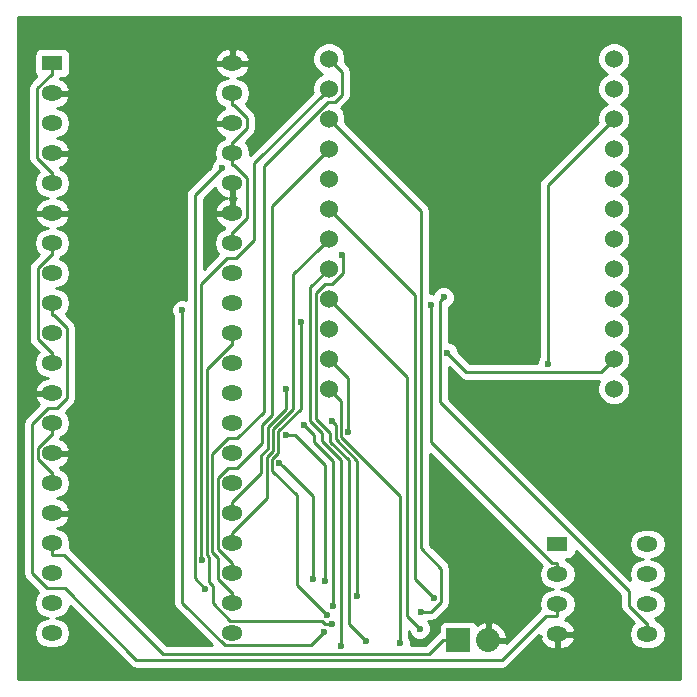
<source format=gbr>
G04 #@! TF.FileFunction,Copper,L2,Bot,Signal*
%FSLAX46Y46*%
G04 Gerber Fmt 4.6, Leading zero omitted, Abs format (unit mm)*
G04 Created by KiCad (PCBNEW 4.0.5) date Saturday, March 04, 2017 'PMt' 10:22:20 PM*
%MOMM*%
%LPD*%
G01*
G04 APERTURE LIST*
%ADD10C,0.100000*%
%ADD11R,1.778000X1.300000*%
%ADD12O,1.778000X1.300000*%
%ADD13C,1.524000*%
%ADD14R,2.032000X2.032000*%
%ADD15O,2.032000X2.032000*%
%ADD16C,0.600000*%
%ADD17C,0.250000*%
%ADD18C,0.254000*%
G04 APERTURE END LIST*
D10*
D11*
X97028000Y-90424000D03*
D12*
X97028000Y-92964000D03*
X97028000Y-95504000D03*
X97028000Y-98044000D03*
X104648000Y-98044000D03*
X104648000Y-95504000D03*
X104648000Y-92964000D03*
X104648000Y-90424000D03*
D13*
X77680000Y-49330000D03*
X77680000Y-51870000D03*
X77680000Y-54410000D03*
X77680000Y-56950000D03*
X77680000Y-59490000D03*
X77680000Y-62030000D03*
X77680000Y-64570000D03*
X77680000Y-67110000D03*
X77680000Y-69650000D03*
X77680000Y-72190000D03*
X77680000Y-74730000D03*
X77680000Y-77270000D03*
X101810000Y-77270000D03*
X101810000Y-74730000D03*
X101810000Y-72190000D03*
X101810000Y-69650000D03*
X101810000Y-67110000D03*
X101810000Y-64570000D03*
X101810000Y-62030000D03*
X101810000Y-59490000D03*
X101810000Y-56950000D03*
X101810000Y-54410000D03*
X101810000Y-51870000D03*
X101810000Y-49330000D03*
D14*
X88646000Y-98552000D03*
D15*
X91186000Y-98552000D03*
D11*
X54250000Y-49700000D03*
D12*
X54250000Y-52240000D03*
X54250000Y-54780000D03*
X54250000Y-57320000D03*
X54250000Y-59860000D03*
X54250000Y-62400000D03*
X54250000Y-64940000D03*
X54250000Y-67480000D03*
X54250000Y-70020000D03*
X54250000Y-72560000D03*
X54250000Y-75100000D03*
X54250000Y-77640000D03*
X54250000Y-80180000D03*
X54250000Y-82720000D03*
X54250000Y-85260000D03*
X54250000Y-87800000D03*
X54250000Y-90340000D03*
X54250000Y-92880000D03*
X54250000Y-95420000D03*
X54250000Y-97960000D03*
X69490000Y-97960000D03*
X69490000Y-95420000D03*
X69490000Y-92880000D03*
X69490000Y-90340000D03*
X69490000Y-87800000D03*
X69490000Y-85260000D03*
X69490000Y-82720000D03*
X69490000Y-80180000D03*
X69490000Y-77640000D03*
X69490000Y-75100000D03*
X69490000Y-72560000D03*
X69490000Y-70020000D03*
X69490000Y-67480000D03*
X69490000Y-64940000D03*
X69490000Y-62400000D03*
X69490000Y-59860000D03*
X69490000Y-57320000D03*
X69490000Y-54780000D03*
X69490000Y-52240000D03*
X69490000Y-49700000D03*
D16*
X86303200Y-70135100D03*
X87397100Y-69532300D03*
X66933100Y-91796000D03*
X67228300Y-94207800D03*
X68605500Y-58590000D03*
X78703300Y-99053000D03*
X79323800Y-80885600D03*
X74018000Y-77328900D03*
X87706200Y-74217200D03*
X78756800Y-65953000D03*
X80805000Y-98596000D03*
X73475844Y-83525236D03*
X76317900Y-93337800D03*
X65257000Y-70606900D03*
X77273000Y-97868700D03*
X77916600Y-97175900D03*
X75284700Y-71652500D03*
X77487900Y-96407600D03*
X77941400Y-80015900D03*
X80075700Y-94794600D03*
X75586700Y-80363800D03*
X77999500Y-95661300D03*
X74012645Y-81168548D03*
X77386100Y-93518400D03*
X85510300Y-96149700D03*
X86562200Y-95016700D03*
X85368000Y-97574800D03*
X83675500Y-98811800D03*
X96202400Y-75179000D03*
D17*
X96540400Y-91988700D02*
X97028000Y-91988700D01*
X86303200Y-81751500D02*
X96540400Y-91988700D01*
X86303200Y-70135100D02*
X86303200Y-81751500D01*
X97028000Y-92964000D02*
X97028000Y-91988700D01*
X96052700Y-96479300D02*
X97028000Y-96479300D01*
X92321000Y-100211000D02*
X96052700Y-96479300D01*
X61388300Y-100211000D02*
X92321000Y-100211000D01*
X55327300Y-94150000D02*
X61388300Y-100211000D01*
X53816700Y-94150000D02*
X55327300Y-94150000D01*
X52572700Y-92906000D02*
X53816700Y-94150000D01*
X52572700Y-80210300D02*
X52572700Y-92906000D01*
X53873000Y-78910000D02*
X52572700Y-80210300D01*
X54645800Y-78910000D02*
X53873000Y-78910000D01*
X55479400Y-78076400D02*
X54645800Y-78910000D01*
X55479400Y-72102800D02*
X55479400Y-78076400D01*
X54371900Y-70995300D02*
X55479400Y-72102800D01*
X54250000Y-70995300D02*
X54371900Y-70995300D01*
X54250000Y-70020000D02*
X54250000Y-70995300D01*
X97028000Y-95504000D02*
X97028000Y-96479300D01*
X104648000Y-98044000D02*
X104648000Y-97068700D01*
X104526100Y-97068700D02*
X104648000Y-97068700D01*
X103083400Y-95626000D02*
X104526100Y-97068700D01*
X103083400Y-94420200D02*
X103083400Y-95626000D01*
X87080900Y-78417700D02*
X103083400Y-94420200D01*
X87080900Y-69848500D02*
X87080900Y-78417700D01*
X87397100Y-69532300D02*
X87080900Y-69848500D01*
X69583300Y-63964700D02*
X69490000Y-63964700D01*
X70709900Y-62838100D02*
X69583300Y-63964700D01*
X70709900Y-59393300D02*
X70709900Y-62838100D01*
X69611900Y-58295300D02*
X70709900Y-59393300D01*
X69490000Y-58295300D02*
X69611900Y-58295300D01*
X69490000Y-57320000D02*
X69490000Y-58295300D01*
X69490000Y-64940000D02*
X69490000Y-63964700D01*
X54128100Y-50675300D02*
X54250000Y-50675300D01*
X52978800Y-51824600D02*
X54128100Y-50675300D01*
X52978800Y-57735400D02*
X52978800Y-51824600D01*
X54128100Y-58884700D02*
X52978800Y-57735400D01*
X54250000Y-58884700D02*
X54128100Y-58884700D01*
X54250000Y-59860000D02*
X54250000Y-58884700D01*
X54250000Y-49700000D02*
X54250000Y-50675300D01*
X69583300Y-56344700D02*
X69490000Y-56344700D01*
X70709900Y-55218100D02*
X69583300Y-56344700D01*
X70709900Y-54313300D02*
X70709900Y-55218100D01*
X69611900Y-53215300D02*
X70709900Y-54313300D01*
X69490000Y-53215300D02*
X69611900Y-53215300D01*
X69490000Y-52240000D02*
X69490000Y-53215300D01*
X69490000Y-57320000D02*
X69490000Y-56344700D01*
X54128100Y-81155300D02*
X54250000Y-81155300D01*
X53035600Y-82247800D02*
X54128100Y-81155300D01*
X53035600Y-83192200D02*
X53035600Y-82247800D01*
X54128100Y-84284700D02*
X53035600Y-83192200D01*
X54250000Y-84284700D02*
X54128100Y-84284700D01*
X54250000Y-85260000D02*
X54250000Y-84284700D01*
X54250000Y-80180000D02*
X54250000Y-81155300D01*
X54156700Y-65915300D02*
X54250000Y-65915300D01*
X53030100Y-67041900D02*
X54156700Y-65915300D01*
X53030100Y-73026700D02*
X53030100Y-67041900D01*
X54128100Y-74124700D02*
X53030100Y-73026700D01*
X54250000Y-74124700D02*
X54128100Y-74124700D01*
X54250000Y-75100000D02*
X54250000Y-74124700D01*
X54250000Y-64940000D02*
X54250000Y-65915300D01*
X86137200Y-99719500D02*
X87304700Y-98552000D01*
X63629500Y-99719500D02*
X86137200Y-99719500D01*
X55225300Y-91315300D02*
X63629500Y-99719500D01*
X54250000Y-91315300D02*
X55225300Y-91315300D01*
X54250000Y-90340000D02*
X54250000Y-91315300D01*
X88646000Y-98552000D02*
X87304700Y-98552000D01*
X66871100Y-91734000D02*
X66933100Y-91796000D01*
X66871100Y-68403300D02*
X66871100Y-91734000D01*
X69064400Y-66210000D02*
X66871100Y-68403300D01*
X69853400Y-66210000D02*
X69064400Y-66210000D01*
X71361000Y-64702400D02*
X69853400Y-66210000D01*
X71361000Y-58189000D02*
X71361000Y-64702400D01*
X77680000Y-51870000D02*
X71361000Y-58189000D01*
X69490000Y-95420000D02*
X69490000Y-94444700D01*
X78775000Y-50425000D02*
X77680000Y-49330000D01*
X78775000Y-52365500D02*
X78775000Y-50425000D01*
X78179100Y-52961400D02*
X78775000Y-52365500D01*
X77590800Y-52961400D02*
X78179100Y-52961400D01*
X72149300Y-58402900D02*
X77590800Y-52961400D01*
X72149300Y-79215300D02*
X72149300Y-58402900D01*
X69914600Y-81450000D02*
X72149300Y-79215300D01*
X69124700Y-81450000D02*
X69914600Y-81450000D01*
X67771900Y-82802800D02*
X69124700Y-81450000D01*
X67771900Y-91113500D02*
X67771900Y-82802800D01*
X68272800Y-91614400D02*
X67771900Y-91113500D01*
X68272800Y-93349400D02*
X68272800Y-91614400D01*
X69368100Y-94444700D02*
X68272800Y-93349400D01*
X69490000Y-94444700D02*
X69368100Y-94444700D01*
X66307800Y-93287300D02*
X67228300Y-94207800D01*
X66307800Y-60887700D02*
X66307800Y-93287300D01*
X68605500Y-58590000D02*
X66307800Y-60887700D01*
X72037611Y-80309347D02*
X72875544Y-79471415D01*
X68272600Y-90809200D02*
X68272600Y-84823800D01*
X72037611Y-81857889D02*
X72037611Y-80309347D01*
X69905500Y-83990000D02*
X72037611Y-81857889D01*
X69106400Y-83990000D02*
X69905500Y-83990000D01*
X68272600Y-84823800D02*
X69106400Y-83990000D01*
X69368100Y-91904700D02*
X68272600Y-90809200D01*
X69414700Y-91904700D02*
X69368100Y-91904700D01*
X69490000Y-91980000D02*
X69414700Y-91904700D01*
X69490000Y-92880000D02*
X69490000Y-91980000D01*
X72875544Y-79471415D02*
X72875544Y-61754456D01*
X76918001Y-57711999D02*
X77680000Y-56950000D01*
X72875544Y-61754456D02*
X76918001Y-57711999D01*
X76108000Y-68682000D02*
X77680000Y-67110000D01*
X76108000Y-80000700D02*
X76108000Y-68682000D01*
X77122300Y-81015000D02*
X76108000Y-80000700D01*
X77122300Y-81704400D02*
X77122300Y-81015000D01*
X78703300Y-83285400D02*
X77122300Y-81704400D01*
X78703300Y-99053000D02*
X78703300Y-83285400D01*
X74659200Y-78960580D02*
X74659200Y-67590800D01*
X72937633Y-80682147D02*
X74659200Y-78960580D01*
X72400831Y-86529169D02*
X72400831Y-83051926D01*
X74659200Y-67590800D02*
X76918001Y-65331999D01*
X69490000Y-90340000D02*
X69490000Y-89440000D01*
X72400831Y-83051926D02*
X72937633Y-82515124D01*
X69490000Y-89440000D02*
X72400831Y-86529169D01*
X72937633Y-82515124D02*
X72937633Y-80682147D01*
X76918001Y-65331999D02*
X77680000Y-64570000D01*
X79323800Y-76373800D02*
X77680000Y-74730000D01*
X79323800Y-80885600D02*
X79323800Y-76373800D01*
X71950820Y-82865526D02*
X72487622Y-82328725D01*
X74018000Y-77753164D02*
X74018000Y-77328900D01*
X72487622Y-82328725D02*
X72487622Y-80495747D01*
X69490000Y-86881433D02*
X71950820Y-84420613D01*
X71950820Y-84420613D02*
X71950820Y-82865526D01*
X72487622Y-80495747D02*
X74018000Y-78965369D01*
X69490000Y-87800000D02*
X69490000Y-86881433D01*
X74018000Y-78965369D02*
X74018000Y-77753164D01*
X100726300Y-75813700D02*
X101810000Y-74730000D01*
X89302700Y-75813700D02*
X100726300Y-75813700D01*
X87706200Y-74217200D02*
X89302700Y-75813700D01*
X78848700Y-66044900D02*
X78756800Y-65953000D01*
X78848700Y-67487500D02*
X78848700Y-66044900D01*
X77956200Y-68380000D02*
X78848700Y-67487500D01*
X77387900Y-68380000D02*
X77956200Y-68380000D01*
X76592600Y-69175300D02*
X77387900Y-68380000D01*
X76592600Y-79848400D02*
X76592600Y-69175300D01*
X77797800Y-81053600D02*
X76592600Y-79848400D01*
X77797800Y-81743000D02*
X77797800Y-81053600D01*
X79389600Y-83334800D02*
X77797800Y-81743000D01*
X79389600Y-97180600D02*
X79389600Y-83334800D01*
X80805000Y-98596000D02*
X79389600Y-97180600D01*
X73775843Y-83825235D02*
X73475844Y-83525236D01*
X76317900Y-86367292D02*
X73775843Y-83825235D01*
X76317900Y-93337800D02*
X76317900Y-86367292D01*
X76152200Y-98989500D02*
X77273000Y-97868700D01*
X68859700Y-98989500D02*
X76152200Y-98989500D01*
X65257000Y-95386800D02*
X68859700Y-98989500D01*
X65257000Y-70606900D02*
X65257000Y-95386800D01*
X69490000Y-72560000D02*
X69490000Y-73535300D01*
X69368100Y-73535300D02*
X69490000Y-73535300D01*
X67321500Y-75581900D02*
X69368100Y-73535300D01*
X67321500Y-91300000D02*
X67321500Y-75581900D01*
X67558400Y-91536900D02*
X67321500Y-91300000D01*
X67558400Y-93653500D02*
X67558400Y-91536900D01*
X67853600Y-93948700D02*
X67558400Y-93653500D01*
X67853600Y-95431600D02*
X67853600Y-93948700D01*
X69342300Y-96920300D02*
X67853600Y-95431600D01*
X77114700Y-96920300D02*
X69342300Y-96920300D01*
X77370300Y-97175900D02*
X77114700Y-96920300D01*
X77916600Y-97175900D02*
X77370300Y-97175900D01*
X75284700Y-78971491D02*
X73387644Y-80868547D01*
X77187901Y-96107601D02*
X77487900Y-96407600D01*
X73387644Y-80868547D02*
X73387644Y-82701524D01*
X75284700Y-71652500D02*
X75284700Y-78971491D01*
X73387644Y-82701524D02*
X72850842Y-83238326D01*
X72850842Y-83238326D02*
X72850842Y-84191834D01*
X72850842Y-84191834D02*
X74958769Y-86299761D01*
X74958769Y-93878469D02*
X77187901Y-96107601D01*
X74958769Y-86299761D02*
X74958769Y-93878469D01*
X78248100Y-80322600D02*
X77941400Y-80015900D01*
X78248100Y-81556400D02*
X78248100Y-80322600D01*
X80075700Y-83384000D02*
X78248100Y-81556400D01*
X80075700Y-94794600D02*
X80075700Y-83384000D01*
X78056400Y-95604400D02*
X77999500Y-95661300D01*
X78056400Y-83420100D02*
X78056400Y-95604400D01*
X76399300Y-81763000D02*
X78056400Y-83420100D01*
X76399300Y-81176400D02*
X76399300Y-81763000D01*
X75586700Y-80363800D02*
X76399300Y-81176400D01*
X74842784Y-81168548D02*
X74436909Y-81168548D01*
X74436909Y-81168548D02*
X74012645Y-81168548D01*
X77386100Y-83711864D02*
X74842784Y-81168548D01*
X77386100Y-93518400D02*
X77386100Y-83711864D01*
X86342000Y-96149700D02*
X85510300Y-96149700D01*
X87187600Y-95304100D02*
X86342000Y-96149700D01*
X87187600Y-92485100D02*
X87187600Y-95304100D01*
X85472200Y-90769700D02*
X87187600Y-92485100D01*
X85472200Y-62202200D02*
X85472200Y-90769700D01*
X77680000Y-54410000D02*
X85472200Y-62202200D01*
X84956700Y-69306700D02*
X77680000Y-62030000D01*
X84956700Y-93411200D02*
X84956700Y-69306700D01*
X86562200Y-95016700D02*
X84956700Y-93411200D01*
X84332200Y-76302200D02*
X77680000Y-69650000D01*
X84332200Y-96539000D02*
X84332200Y-76302200D01*
X85368000Y-97574800D02*
X84332200Y-96539000D01*
X78698400Y-78288400D02*
X77680000Y-77270000D01*
X78698400Y-81369800D02*
X78698400Y-78288400D01*
X83675500Y-86346900D02*
X78698400Y-81369800D01*
X83675500Y-98811800D02*
X83675500Y-86346900D01*
X96202400Y-60017600D02*
X101810000Y-54410000D01*
X96202400Y-75179000D02*
X96202400Y-60017600D01*
D18*
G36*
X107370000Y-101830000D02*
X51370000Y-101830000D01*
X51370000Y-80210300D01*
X51812700Y-80210300D01*
X51812700Y-92906000D01*
X51870552Y-93196839D01*
X52035299Y-93443401D01*
X53090947Y-94499049D01*
X53072511Y-94511368D01*
X52793958Y-94928252D01*
X52696143Y-95420000D01*
X52793958Y-95911748D01*
X53072511Y-96328632D01*
X53489395Y-96607185D01*
X53905733Y-96690000D01*
X53489395Y-96772815D01*
X53072511Y-97051368D01*
X52793958Y-97468252D01*
X52696143Y-97960000D01*
X52793958Y-98451748D01*
X53072511Y-98868632D01*
X53489395Y-99147185D01*
X53981143Y-99245000D01*
X54518857Y-99245000D01*
X55010605Y-99147185D01*
X55427489Y-98868632D01*
X55706042Y-98451748D01*
X55803857Y-97960000D01*
X55706042Y-97468252D01*
X55427489Y-97051368D01*
X55010605Y-96772815D01*
X54594267Y-96690000D01*
X55010605Y-96607185D01*
X55427489Y-96328632D01*
X55706042Y-95911748D01*
X55757176Y-95654678D01*
X60850899Y-100748401D01*
X61097460Y-100913148D01*
X61145714Y-100922746D01*
X61388300Y-100971000D01*
X92321000Y-100971000D01*
X92611839Y-100913148D01*
X92858401Y-100748401D01*
X95504000Y-98102802D01*
X95504000Y-98171002D01*
X95669932Y-98171002D01*
X95545901Y-98369471D01*
X95560290Y-98454169D01*
X95810785Y-98893154D01*
X96210204Y-99202863D01*
X96697740Y-99336145D01*
X96901000Y-99175763D01*
X96901000Y-98171000D01*
X97155000Y-98171000D01*
X97155000Y-99175763D01*
X97358260Y-99336145D01*
X97845796Y-99202863D01*
X98245215Y-98893154D01*
X98495710Y-98454169D01*
X98510099Y-98369471D01*
X98386067Y-98171000D01*
X97155000Y-98171000D01*
X96901000Y-98171000D01*
X96881000Y-98171000D01*
X96881000Y-97917000D01*
X96901000Y-97917000D01*
X96901000Y-97897000D01*
X97155000Y-97897000D01*
X97155000Y-97917000D01*
X98386067Y-97917000D01*
X98510099Y-97718529D01*
X98495710Y-97633831D01*
X98245215Y-97194846D01*
X97845796Y-96885137D01*
X97683039Y-96840643D01*
X97730148Y-96770139D01*
X97744092Y-96700039D01*
X97788605Y-96691185D01*
X98205489Y-96412632D01*
X98484042Y-95995748D01*
X98581857Y-95504000D01*
X98484042Y-95012252D01*
X98205489Y-94595368D01*
X97788605Y-94316815D01*
X97372267Y-94234000D01*
X97788605Y-94151185D01*
X98205489Y-93872632D01*
X98484042Y-93455748D01*
X98581857Y-92964000D01*
X98484042Y-92472252D01*
X98205489Y-92055368D01*
X97788605Y-91776815D01*
X97744092Y-91767961D01*
X97734838Y-91721440D01*
X97917000Y-91721440D01*
X98152317Y-91677162D01*
X98368441Y-91538090D01*
X98513431Y-91325890D01*
X98564440Y-91074000D01*
X98564440Y-90976042D01*
X102323400Y-94735002D01*
X102323400Y-95626000D01*
X102381252Y-95916839D01*
X102545999Y-96163401D01*
X103498958Y-97116360D01*
X103470511Y-97135368D01*
X103191958Y-97552252D01*
X103094143Y-98044000D01*
X103191958Y-98535748D01*
X103470511Y-98952632D01*
X103887395Y-99231185D01*
X104379143Y-99329000D01*
X104916857Y-99329000D01*
X105408605Y-99231185D01*
X105825489Y-98952632D01*
X106104042Y-98535748D01*
X106201857Y-98044000D01*
X106104042Y-97552252D01*
X105825489Y-97135368D01*
X105408605Y-96856815D01*
X105364092Y-96847961D01*
X105350148Y-96777861D01*
X105305885Y-96711617D01*
X105408605Y-96691185D01*
X105825489Y-96412632D01*
X106104042Y-95995748D01*
X106201857Y-95504000D01*
X106104042Y-95012252D01*
X105825489Y-94595368D01*
X105408605Y-94316815D01*
X104992267Y-94234000D01*
X105408605Y-94151185D01*
X105825489Y-93872632D01*
X106104042Y-93455748D01*
X106201857Y-92964000D01*
X106104042Y-92472252D01*
X105825489Y-92055368D01*
X105408605Y-91776815D01*
X104992267Y-91694000D01*
X105408605Y-91611185D01*
X105825489Y-91332632D01*
X106104042Y-90915748D01*
X106201857Y-90424000D01*
X106104042Y-89932252D01*
X105825489Y-89515368D01*
X105408605Y-89236815D01*
X104916857Y-89139000D01*
X104379143Y-89139000D01*
X103887395Y-89236815D01*
X103470511Y-89515368D01*
X103191958Y-89932252D01*
X103094143Y-90424000D01*
X103191958Y-90915748D01*
X103470511Y-91332632D01*
X103887395Y-91611185D01*
X104303733Y-91694000D01*
X103887395Y-91776815D01*
X103470511Y-92055368D01*
X103191958Y-92472252D01*
X103094143Y-92964000D01*
X103191513Y-93453511D01*
X87840900Y-78102898D01*
X87840900Y-75426702D01*
X88765299Y-76351101D01*
X89011861Y-76515848D01*
X89302700Y-76573700D01*
X100586479Y-76573700D01*
X100413243Y-76990900D01*
X100412758Y-77546661D01*
X100624990Y-78060303D01*
X101017630Y-78453629D01*
X101530900Y-78666757D01*
X102086661Y-78667242D01*
X102600303Y-78455010D01*
X102993629Y-78062370D01*
X103206757Y-77549100D01*
X103207242Y-76993339D01*
X102995010Y-76479697D01*
X102602370Y-76086371D01*
X102394488Y-76000051D01*
X102600303Y-75915010D01*
X102993629Y-75522370D01*
X103206757Y-75009100D01*
X103207242Y-74453339D01*
X102995010Y-73939697D01*
X102602370Y-73546371D01*
X102394488Y-73460051D01*
X102600303Y-73375010D01*
X102993629Y-72982370D01*
X103206757Y-72469100D01*
X103207242Y-71913339D01*
X102995010Y-71399697D01*
X102602370Y-71006371D01*
X102394488Y-70920051D01*
X102600303Y-70835010D01*
X102993629Y-70442370D01*
X103206757Y-69929100D01*
X103207242Y-69373339D01*
X102995010Y-68859697D01*
X102602370Y-68466371D01*
X102394488Y-68380051D01*
X102600303Y-68295010D01*
X102993629Y-67902370D01*
X103206757Y-67389100D01*
X103207242Y-66833339D01*
X102995010Y-66319697D01*
X102602370Y-65926371D01*
X102394488Y-65840051D01*
X102600303Y-65755010D01*
X102993629Y-65362370D01*
X103206757Y-64849100D01*
X103207242Y-64293339D01*
X102995010Y-63779697D01*
X102602370Y-63386371D01*
X102394488Y-63300051D01*
X102600303Y-63215010D01*
X102993629Y-62822370D01*
X103206757Y-62309100D01*
X103207242Y-61753339D01*
X102995010Y-61239697D01*
X102602370Y-60846371D01*
X102394488Y-60760051D01*
X102600303Y-60675010D01*
X102993629Y-60282370D01*
X103206757Y-59769100D01*
X103207242Y-59213339D01*
X102995010Y-58699697D01*
X102602370Y-58306371D01*
X102394488Y-58220051D01*
X102600303Y-58135010D01*
X102993629Y-57742370D01*
X103206757Y-57229100D01*
X103207242Y-56673339D01*
X102995010Y-56159697D01*
X102602370Y-55766371D01*
X102394488Y-55680051D01*
X102600303Y-55595010D01*
X102993629Y-55202370D01*
X103206757Y-54689100D01*
X103207242Y-54133339D01*
X102995010Y-53619697D01*
X102602370Y-53226371D01*
X102394488Y-53140051D01*
X102600303Y-53055010D01*
X102993629Y-52662370D01*
X103206757Y-52149100D01*
X103207242Y-51593339D01*
X102995010Y-51079697D01*
X102602370Y-50686371D01*
X102394488Y-50600051D01*
X102600303Y-50515010D01*
X102993629Y-50122370D01*
X103206757Y-49609100D01*
X103207242Y-49053339D01*
X102995010Y-48539697D01*
X102602370Y-48146371D01*
X102089100Y-47933243D01*
X101533339Y-47932758D01*
X101019697Y-48144990D01*
X100626371Y-48537630D01*
X100413243Y-49050900D01*
X100412758Y-49606661D01*
X100624990Y-50120303D01*
X101017630Y-50513629D01*
X101225512Y-50599949D01*
X101019697Y-50684990D01*
X100626371Y-51077630D01*
X100413243Y-51590900D01*
X100412758Y-52146661D01*
X100624990Y-52660303D01*
X101017630Y-53053629D01*
X101225512Y-53139949D01*
X101019697Y-53224990D01*
X100626371Y-53617630D01*
X100413243Y-54130900D01*
X100412758Y-54686661D01*
X100426143Y-54719055D01*
X95664999Y-59480199D01*
X95500252Y-59726761D01*
X95442400Y-60017600D01*
X95442400Y-74616537D01*
X95410208Y-74648673D01*
X95267562Y-74992201D01*
X95267508Y-75053700D01*
X89617502Y-75053700D01*
X88641322Y-74077520D01*
X88641362Y-74032033D01*
X88499317Y-73688257D01*
X88236527Y-73425008D01*
X87892999Y-73282362D01*
X87840900Y-73282317D01*
X87840900Y-70360597D01*
X87926043Y-70325417D01*
X88189292Y-70062627D01*
X88331938Y-69719099D01*
X88332262Y-69347133D01*
X88190217Y-69003357D01*
X87927427Y-68740108D01*
X87583899Y-68597462D01*
X87211933Y-68597138D01*
X86868157Y-68739183D01*
X86604908Y-69001973D01*
X86517781Y-69211798D01*
X86489999Y-69200262D01*
X86232200Y-69200037D01*
X86232200Y-62202200D01*
X86174348Y-61911361D01*
X86009601Y-61664799D01*
X79064183Y-54719381D01*
X79076757Y-54689100D01*
X79077242Y-54133339D01*
X78865010Y-53619697D01*
X78730425Y-53484877D01*
X79312401Y-52902901D01*
X79477148Y-52656339D01*
X79535000Y-52365500D01*
X79535000Y-50425000D01*
X79477148Y-50134161D01*
X79312401Y-49887599D01*
X79064183Y-49639381D01*
X79076757Y-49609100D01*
X79077242Y-49053339D01*
X78865010Y-48539697D01*
X78472370Y-48146371D01*
X77959100Y-47933243D01*
X77403339Y-47932758D01*
X76889697Y-48144990D01*
X76496371Y-48537630D01*
X76283243Y-49050900D01*
X76282758Y-49606661D01*
X76494990Y-50120303D01*
X76887630Y-50513629D01*
X77095512Y-50599949D01*
X76889697Y-50684990D01*
X76496371Y-51077630D01*
X76283243Y-51590900D01*
X76282758Y-52146661D01*
X76296143Y-52179054D01*
X71016211Y-57458987D01*
X71043857Y-57320000D01*
X70946042Y-56828252D01*
X70667489Y-56411368D01*
X70621897Y-56380905D01*
X71247301Y-55755501D01*
X71412048Y-55508939D01*
X71469900Y-55218100D01*
X71469900Y-54313300D01*
X71412048Y-54022461D01*
X71311091Y-53871368D01*
X71247301Y-53775898D01*
X70639042Y-53167640D01*
X70667489Y-53148632D01*
X70946042Y-52731748D01*
X71043857Y-52240000D01*
X70946042Y-51748252D01*
X70667489Y-51331368D01*
X70250605Y-51052815D01*
X69873048Y-50977714D01*
X70307796Y-50858863D01*
X70707215Y-50549154D01*
X70957710Y-50110169D01*
X70972099Y-50025471D01*
X70848067Y-49827000D01*
X69617000Y-49827000D01*
X69617000Y-49847000D01*
X69363000Y-49847000D01*
X69363000Y-49827000D01*
X68131933Y-49827000D01*
X68007901Y-50025471D01*
X68022290Y-50110169D01*
X68272785Y-50549154D01*
X68672204Y-50858863D01*
X69106952Y-50977714D01*
X68729395Y-51052815D01*
X68312511Y-51331368D01*
X68033958Y-51748252D01*
X67936143Y-52240000D01*
X68033958Y-52731748D01*
X68312511Y-53148632D01*
X68729395Y-53427185D01*
X68773908Y-53436039D01*
X68787852Y-53506139D01*
X68834961Y-53576643D01*
X68672204Y-53621137D01*
X68272785Y-53930846D01*
X68022290Y-54369831D01*
X68007901Y-54454529D01*
X68131933Y-54653000D01*
X69363000Y-54653000D01*
X69363000Y-54633000D01*
X69617000Y-54633000D01*
X69617000Y-54653000D01*
X69637000Y-54653000D01*
X69637000Y-54907000D01*
X69617000Y-54907000D01*
X69617000Y-54927000D01*
X69363000Y-54927000D01*
X69363000Y-54907000D01*
X68131933Y-54907000D01*
X68007901Y-55105471D01*
X68022290Y-55190169D01*
X68272785Y-55629154D01*
X68672204Y-55938863D01*
X68834961Y-55983357D01*
X68787852Y-56053861D01*
X68773908Y-56123961D01*
X68729395Y-56132815D01*
X68312511Y-56411368D01*
X68033958Y-56828252D01*
X67936143Y-57320000D01*
X68033958Y-57811748D01*
X68045045Y-57828340D01*
X67813308Y-58059673D01*
X67670662Y-58403201D01*
X67670621Y-58450076D01*
X65770399Y-60350299D01*
X65605652Y-60596861D01*
X65547800Y-60887700D01*
X65547800Y-69715247D01*
X65443799Y-69672062D01*
X65071833Y-69671738D01*
X64728057Y-69813783D01*
X64464808Y-70076573D01*
X64322162Y-70420101D01*
X64321838Y-70792067D01*
X64463883Y-71135843D01*
X64497000Y-71169018D01*
X64497000Y-95386800D01*
X64554852Y-95677639D01*
X64719599Y-95924201D01*
X67754898Y-98959500D01*
X63944302Y-98959500D01*
X55762701Y-90777899D01*
X55722144Y-90750800D01*
X55803857Y-90340000D01*
X55706042Y-89848252D01*
X55427489Y-89431368D01*
X55010605Y-89152815D01*
X54633048Y-89077714D01*
X55067796Y-88958863D01*
X55467215Y-88649154D01*
X55717710Y-88210169D01*
X55732099Y-88125471D01*
X55608067Y-87927000D01*
X54377000Y-87927000D01*
X54377000Y-87947000D01*
X54123000Y-87947000D01*
X54123000Y-87927000D01*
X54103000Y-87927000D01*
X54103000Y-87673000D01*
X54123000Y-87673000D01*
X54123000Y-87653000D01*
X54377000Y-87653000D01*
X54377000Y-87673000D01*
X55608067Y-87673000D01*
X55732099Y-87474529D01*
X55717710Y-87389831D01*
X55467215Y-86950846D01*
X55067796Y-86641137D01*
X54633048Y-86522286D01*
X55010605Y-86447185D01*
X55427489Y-86168632D01*
X55706042Y-85751748D01*
X55803857Y-85260000D01*
X55706042Y-84768252D01*
X55427489Y-84351368D01*
X55010605Y-84072815D01*
X54966092Y-84063961D01*
X54952148Y-83993861D01*
X54905039Y-83923357D01*
X55067796Y-83878863D01*
X55467215Y-83569154D01*
X55717710Y-83130169D01*
X55732099Y-83045471D01*
X55608067Y-82847000D01*
X54377000Y-82847000D01*
X54377000Y-82867000D01*
X54123000Y-82867000D01*
X54123000Y-82847000D01*
X54103000Y-82847000D01*
X54103000Y-82593000D01*
X54123000Y-82593000D01*
X54123000Y-82573000D01*
X54377000Y-82573000D01*
X54377000Y-82593000D01*
X55608067Y-82593000D01*
X55732099Y-82394529D01*
X55717710Y-82309831D01*
X55467215Y-81870846D01*
X55067796Y-81561137D01*
X54905039Y-81516643D01*
X54952148Y-81446139D01*
X54966092Y-81376039D01*
X55010605Y-81367185D01*
X55427489Y-81088632D01*
X55706042Y-80671748D01*
X55803857Y-80180000D01*
X55706042Y-79688252D01*
X55427489Y-79271368D01*
X55386573Y-79244029D01*
X56016801Y-78613801D01*
X56181548Y-78367240D01*
X56191146Y-78318986D01*
X56239400Y-78076400D01*
X56239400Y-72102800D01*
X56181548Y-71811961D01*
X56016801Y-71565399D01*
X55399042Y-70947640D01*
X55427489Y-70928632D01*
X55706042Y-70511748D01*
X55803857Y-70020000D01*
X55706042Y-69528252D01*
X55427489Y-69111368D01*
X55010605Y-68832815D01*
X54594267Y-68750000D01*
X55010605Y-68667185D01*
X55427489Y-68388632D01*
X55706042Y-67971748D01*
X55803857Y-67480000D01*
X55706042Y-66988252D01*
X55427489Y-66571368D01*
X55010605Y-66292815D01*
X54907885Y-66272383D01*
X54952148Y-66206139D01*
X54966092Y-66136039D01*
X55010605Y-66127185D01*
X55427489Y-65848632D01*
X55706042Y-65431748D01*
X55803857Y-64940000D01*
X55706042Y-64448252D01*
X55427489Y-64031368D01*
X55010605Y-63752815D01*
X54633048Y-63677714D01*
X55067796Y-63558863D01*
X55467215Y-63249154D01*
X55717710Y-62810169D01*
X55732099Y-62725471D01*
X55608067Y-62527000D01*
X54377000Y-62527000D01*
X54377000Y-62547000D01*
X54123000Y-62547000D01*
X54123000Y-62527000D01*
X52891933Y-62527000D01*
X52767901Y-62725471D01*
X52782290Y-62810169D01*
X53032785Y-63249154D01*
X53432204Y-63558863D01*
X53866952Y-63677714D01*
X53489395Y-63752815D01*
X53072511Y-64031368D01*
X52793958Y-64448252D01*
X52696143Y-64940000D01*
X52793958Y-65431748D01*
X53072511Y-65848632D01*
X53118103Y-65879095D01*
X52492699Y-66504499D01*
X52327952Y-66751061D01*
X52270100Y-67041900D01*
X52270100Y-73026700D01*
X52327952Y-73317539D01*
X52492699Y-73564101D01*
X53100958Y-74172360D01*
X53072511Y-74191368D01*
X52793958Y-74608252D01*
X52696143Y-75100000D01*
X52793958Y-75591748D01*
X53072511Y-76008632D01*
X53489395Y-76287185D01*
X53866952Y-76362286D01*
X53432204Y-76481137D01*
X53032785Y-76790846D01*
X52782290Y-77229831D01*
X52767901Y-77314529D01*
X52891933Y-77513000D01*
X54123000Y-77513000D01*
X54123000Y-77493000D01*
X54377000Y-77493000D01*
X54377000Y-77513000D01*
X54397000Y-77513000D01*
X54397000Y-77767000D01*
X54377000Y-77767000D01*
X54377000Y-77787000D01*
X54123000Y-77787000D01*
X54123000Y-77767000D01*
X52891933Y-77767000D01*
X52767901Y-77965471D01*
X52782290Y-78050169D01*
X53032785Y-78489154D01*
X53137696Y-78570502D01*
X52035299Y-79672899D01*
X51870552Y-79919461D01*
X51812700Y-80210300D01*
X51370000Y-80210300D01*
X51370000Y-51824600D01*
X52218800Y-51824600D01*
X52218800Y-57735400D01*
X52276652Y-58026239D01*
X52441399Y-58272801D01*
X53100958Y-58932360D01*
X53072511Y-58951368D01*
X52793958Y-59368252D01*
X52696143Y-59860000D01*
X52793958Y-60351748D01*
X53072511Y-60768632D01*
X53489395Y-61047185D01*
X53866952Y-61122286D01*
X53432204Y-61241137D01*
X53032785Y-61550846D01*
X52782290Y-61989831D01*
X52767901Y-62074529D01*
X52891933Y-62273000D01*
X54123000Y-62273000D01*
X54123000Y-62253000D01*
X54377000Y-62253000D01*
X54377000Y-62273000D01*
X55608067Y-62273000D01*
X55732099Y-62074529D01*
X55717710Y-61989831D01*
X55467215Y-61550846D01*
X55067796Y-61241137D01*
X54633048Y-61122286D01*
X55010605Y-61047185D01*
X55427489Y-60768632D01*
X55706042Y-60351748D01*
X55803857Y-59860000D01*
X55706042Y-59368252D01*
X55427489Y-58951368D01*
X55010605Y-58672815D01*
X54966092Y-58663961D01*
X54952148Y-58593861D01*
X54905039Y-58523357D01*
X55067796Y-58478863D01*
X55467215Y-58169154D01*
X55717710Y-57730169D01*
X55732099Y-57645471D01*
X55608067Y-57447000D01*
X54377000Y-57447000D01*
X54377000Y-57467000D01*
X54123000Y-57467000D01*
X54123000Y-57447000D01*
X54103000Y-57447000D01*
X54103000Y-57193000D01*
X54123000Y-57193000D01*
X54123000Y-57173000D01*
X54377000Y-57173000D01*
X54377000Y-57193000D01*
X55608067Y-57193000D01*
X55732099Y-56994529D01*
X55717710Y-56909831D01*
X55467215Y-56470846D01*
X55067796Y-56161137D01*
X54633048Y-56042286D01*
X55010605Y-55967185D01*
X55427489Y-55688632D01*
X55706042Y-55271748D01*
X55803857Y-54780000D01*
X55706042Y-54288252D01*
X55427489Y-53871368D01*
X55010605Y-53592815D01*
X54633048Y-53517714D01*
X55067796Y-53398863D01*
X55467215Y-53089154D01*
X55717710Y-52650169D01*
X55732099Y-52565471D01*
X55608067Y-52367000D01*
X54377000Y-52367000D01*
X54377000Y-52387000D01*
X54123000Y-52387000D01*
X54123000Y-52367000D01*
X54103000Y-52367000D01*
X54103000Y-52113000D01*
X54123000Y-52113000D01*
X54123000Y-52093000D01*
X54377000Y-52093000D01*
X54377000Y-52113000D01*
X55608067Y-52113000D01*
X55732099Y-51914529D01*
X55717710Y-51829831D01*
X55467215Y-51390846D01*
X55067796Y-51081137D01*
X54905039Y-51036643D01*
X54931233Y-50997440D01*
X55139000Y-50997440D01*
X55374317Y-50953162D01*
X55590441Y-50814090D01*
X55735431Y-50601890D01*
X55786440Y-50350000D01*
X55786440Y-49374529D01*
X68007901Y-49374529D01*
X68131933Y-49573000D01*
X69363000Y-49573000D01*
X69363000Y-48568237D01*
X69617000Y-48568237D01*
X69617000Y-49573000D01*
X70848067Y-49573000D01*
X70972099Y-49374529D01*
X70957710Y-49289831D01*
X70707215Y-48850846D01*
X70307796Y-48541137D01*
X69820260Y-48407855D01*
X69617000Y-48568237D01*
X69363000Y-48568237D01*
X69159740Y-48407855D01*
X68672204Y-48541137D01*
X68272785Y-48850846D01*
X68022290Y-49289831D01*
X68007901Y-49374529D01*
X55786440Y-49374529D01*
X55786440Y-49050000D01*
X55742162Y-48814683D01*
X55603090Y-48598559D01*
X55390890Y-48453569D01*
X55139000Y-48402560D01*
X53361000Y-48402560D01*
X53125683Y-48446838D01*
X52909559Y-48585910D01*
X52764569Y-48798110D01*
X52713560Y-49050000D01*
X52713560Y-50350000D01*
X52757838Y-50585317D01*
X52896910Y-50801441D01*
X52914879Y-50813719D01*
X52441399Y-51287199D01*
X52276652Y-51533761D01*
X52218800Y-51824600D01*
X51370000Y-51824600D01*
X51370000Y-45830000D01*
X107370000Y-45830000D01*
X107370000Y-101830000D01*
X107370000Y-101830000D01*
G37*
X107370000Y-101830000D02*
X51370000Y-101830000D01*
X51370000Y-80210300D01*
X51812700Y-80210300D01*
X51812700Y-92906000D01*
X51870552Y-93196839D01*
X52035299Y-93443401D01*
X53090947Y-94499049D01*
X53072511Y-94511368D01*
X52793958Y-94928252D01*
X52696143Y-95420000D01*
X52793958Y-95911748D01*
X53072511Y-96328632D01*
X53489395Y-96607185D01*
X53905733Y-96690000D01*
X53489395Y-96772815D01*
X53072511Y-97051368D01*
X52793958Y-97468252D01*
X52696143Y-97960000D01*
X52793958Y-98451748D01*
X53072511Y-98868632D01*
X53489395Y-99147185D01*
X53981143Y-99245000D01*
X54518857Y-99245000D01*
X55010605Y-99147185D01*
X55427489Y-98868632D01*
X55706042Y-98451748D01*
X55803857Y-97960000D01*
X55706042Y-97468252D01*
X55427489Y-97051368D01*
X55010605Y-96772815D01*
X54594267Y-96690000D01*
X55010605Y-96607185D01*
X55427489Y-96328632D01*
X55706042Y-95911748D01*
X55757176Y-95654678D01*
X60850899Y-100748401D01*
X61097460Y-100913148D01*
X61145714Y-100922746D01*
X61388300Y-100971000D01*
X92321000Y-100971000D01*
X92611839Y-100913148D01*
X92858401Y-100748401D01*
X95504000Y-98102802D01*
X95504000Y-98171002D01*
X95669932Y-98171002D01*
X95545901Y-98369471D01*
X95560290Y-98454169D01*
X95810785Y-98893154D01*
X96210204Y-99202863D01*
X96697740Y-99336145D01*
X96901000Y-99175763D01*
X96901000Y-98171000D01*
X97155000Y-98171000D01*
X97155000Y-99175763D01*
X97358260Y-99336145D01*
X97845796Y-99202863D01*
X98245215Y-98893154D01*
X98495710Y-98454169D01*
X98510099Y-98369471D01*
X98386067Y-98171000D01*
X97155000Y-98171000D01*
X96901000Y-98171000D01*
X96881000Y-98171000D01*
X96881000Y-97917000D01*
X96901000Y-97917000D01*
X96901000Y-97897000D01*
X97155000Y-97897000D01*
X97155000Y-97917000D01*
X98386067Y-97917000D01*
X98510099Y-97718529D01*
X98495710Y-97633831D01*
X98245215Y-97194846D01*
X97845796Y-96885137D01*
X97683039Y-96840643D01*
X97730148Y-96770139D01*
X97744092Y-96700039D01*
X97788605Y-96691185D01*
X98205489Y-96412632D01*
X98484042Y-95995748D01*
X98581857Y-95504000D01*
X98484042Y-95012252D01*
X98205489Y-94595368D01*
X97788605Y-94316815D01*
X97372267Y-94234000D01*
X97788605Y-94151185D01*
X98205489Y-93872632D01*
X98484042Y-93455748D01*
X98581857Y-92964000D01*
X98484042Y-92472252D01*
X98205489Y-92055368D01*
X97788605Y-91776815D01*
X97744092Y-91767961D01*
X97734838Y-91721440D01*
X97917000Y-91721440D01*
X98152317Y-91677162D01*
X98368441Y-91538090D01*
X98513431Y-91325890D01*
X98564440Y-91074000D01*
X98564440Y-90976042D01*
X102323400Y-94735002D01*
X102323400Y-95626000D01*
X102381252Y-95916839D01*
X102545999Y-96163401D01*
X103498958Y-97116360D01*
X103470511Y-97135368D01*
X103191958Y-97552252D01*
X103094143Y-98044000D01*
X103191958Y-98535748D01*
X103470511Y-98952632D01*
X103887395Y-99231185D01*
X104379143Y-99329000D01*
X104916857Y-99329000D01*
X105408605Y-99231185D01*
X105825489Y-98952632D01*
X106104042Y-98535748D01*
X106201857Y-98044000D01*
X106104042Y-97552252D01*
X105825489Y-97135368D01*
X105408605Y-96856815D01*
X105364092Y-96847961D01*
X105350148Y-96777861D01*
X105305885Y-96711617D01*
X105408605Y-96691185D01*
X105825489Y-96412632D01*
X106104042Y-95995748D01*
X106201857Y-95504000D01*
X106104042Y-95012252D01*
X105825489Y-94595368D01*
X105408605Y-94316815D01*
X104992267Y-94234000D01*
X105408605Y-94151185D01*
X105825489Y-93872632D01*
X106104042Y-93455748D01*
X106201857Y-92964000D01*
X106104042Y-92472252D01*
X105825489Y-92055368D01*
X105408605Y-91776815D01*
X104992267Y-91694000D01*
X105408605Y-91611185D01*
X105825489Y-91332632D01*
X106104042Y-90915748D01*
X106201857Y-90424000D01*
X106104042Y-89932252D01*
X105825489Y-89515368D01*
X105408605Y-89236815D01*
X104916857Y-89139000D01*
X104379143Y-89139000D01*
X103887395Y-89236815D01*
X103470511Y-89515368D01*
X103191958Y-89932252D01*
X103094143Y-90424000D01*
X103191958Y-90915748D01*
X103470511Y-91332632D01*
X103887395Y-91611185D01*
X104303733Y-91694000D01*
X103887395Y-91776815D01*
X103470511Y-92055368D01*
X103191958Y-92472252D01*
X103094143Y-92964000D01*
X103191513Y-93453511D01*
X87840900Y-78102898D01*
X87840900Y-75426702D01*
X88765299Y-76351101D01*
X89011861Y-76515848D01*
X89302700Y-76573700D01*
X100586479Y-76573700D01*
X100413243Y-76990900D01*
X100412758Y-77546661D01*
X100624990Y-78060303D01*
X101017630Y-78453629D01*
X101530900Y-78666757D01*
X102086661Y-78667242D01*
X102600303Y-78455010D01*
X102993629Y-78062370D01*
X103206757Y-77549100D01*
X103207242Y-76993339D01*
X102995010Y-76479697D01*
X102602370Y-76086371D01*
X102394488Y-76000051D01*
X102600303Y-75915010D01*
X102993629Y-75522370D01*
X103206757Y-75009100D01*
X103207242Y-74453339D01*
X102995010Y-73939697D01*
X102602370Y-73546371D01*
X102394488Y-73460051D01*
X102600303Y-73375010D01*
X102993629Y-72982370D01*
X103206757Y-72469100D01*
X103207242Y-71913339D01*
X102995010Y-71399697D01*
X102602370Y-71006371D01*
X102394488Y-70920051D01*
X102600303Y-70835010D01*
X102993629Y-70442370D01*
X103206757Y-69929100D01*
X103207242Y-69373339D01*
X102995010Y-68859697D01*
X102602370Y-68466371D01*
X102394488Y-68380051D01*
X102600303Y-68295010D01*
X102993629Y-67902370D01*
X103206757Y-67389100D01*
X103207242Y-66833339D01*
X102995010Y-66319697D01*
X102602370Y-65926371D01*
X102394488Y-65840051D01*
X102600303Y-65755010D01*
X102993629Y-65362370D01*
X103206757Y-64849100D01*
X103207242Y-64293339D01*
X102995010Y-63779697D01*
X102602370Y-63386371D01*
X102394488Y-63300051D01*
X102600303Y-63215010D01*
X102993629Y-62822370D01*
X103206757Y-62309100D01*
X103207242Y-61753339D01*
X102995010Y-61239697D01*
X102602370Y-60846371D01*
X102394488Y-60760051D01*
X102600303Y-60675010D01*
X102993629Y-60282370D01*
X103206757Y-59769100D01*
X103207242Y-59213339D01*
X102995010Y-58699697D01*
X102602370Y-58306371D01*
X102394488Y-58220051D01*
X102600303Y-58135010D01*
X102993629Y-57742370D01*
X103206757Y-57229100D01*
X103207242Y-56673339D01*
X102995010Y-56159697D01*
X102602370Y-55766371D01*
X102394488Y-55680051D01*
X102600303Y-55595010D01*
X102993629Y-55202370D01*
X103206757Y-54689100D01*
X103207242Y-54133339D01*
X102995010Y-53619697D01*
X102602370Y-53226371D01*
X102394488Y-53140051D01*
X102600303Y-53055010D01*
X102993629Y-52662370D01*
X103206757Y-52149100D01*
X103207242Y-51593339D01*
X102995010Y-51079697D01*
X102602370Y-50686371D01*
X102394488Y-50600051D01*
X102600303Y-50515010D01*
X102993629Y-50122370D01*
X103206757Y-49609100D01*
X103207242Y-49053339D01*
X102995010Y-48539697D01*
X102602370Y-48146371D01*
X102089100Y-47933243D01*
X101533339Y-47932758D01*
X101019697Y-48144990D01*
X100626371Y-48537630D01*
X100413243Y-49050900D01*
X100412758Y-49606661D01*
X100624990Y-50120303D01*
X101017630Y-50513629D01*
X101225512Y-50599949D01*
X101019697Y-50684990D01*
X100626371Y-51077630D01*
X100413243Y-51590900D01*
X100412758Y-52146661D01*
X100624990Y-52660303D01*
X101017630Y-53053629D01*
X101225512Y-53139949D01*
X101019697Y-53224990D01*
X100626371Y-53617630D01*
X100413243Y-54130900D01*
X100412758Y-54686661D01*
X100426143Y-54719055D01*
X95664999Y-59480199D01*
X95500252Y-59726761D01*
X95442400Y-60017600D01*
X95442400Y-74616537D01*
X95410208Y-74648673D01*
X95267562Y-74992201D01*
X95267508Y-75053700D01*
X89617502Y-75053700D01*
X88641322Y-74077520D01*
X88641362Y-74032033D01*
X88499317Y-73688257D01*
X88236527Y-73425008D01*
X87892999Y-73282362D01*
X87840900Y-73282317D01*
X87840900Y-70360597D01*
X87926043Y-70325417D01*
X88189292Y-70062627D01*
X88331938Y-69719099D01*
X88332262Y-69347133D01*
X88190217Y-69003357D01*
X87927427Y-68740108D01*
X87583899Y-68597462D01*
X87211933Y-68597138D01*
X86868157Y-68739183D01*
X86604908Y-69001973D01*
X86517781Y-69211798D01*
X86489999Y-69200262D01*
X86232200Y-69200037D01*
X86232200Y-62202200D01*
X86174348Y-61911361D01*
X86009601Y-61664799D01*
X79064183Y-54719381D01*
X79076757Y-54689100D01*
X79077242Y-54133339D01*
X78865010Y-53619697D01*
X78730425Y-53484877D01*
X79312401Y-52902901D01*
X79477148Y-52656339D01*
X79535000Y-52365500D01*
X79535000Y-50425000D01*
X79477148Y-50134161D01*
X79312401Y-49887599D01*
X79064183Y-49639381D01*
X79076757Y-49609100D01*
X79077242Y-49053339D01*
X78865010Y-48539697D01*
X78472370Y-48146371D01*
X77959100Y-47933243D01*
X77403339Y-47932758D01*
X76889697Y-48144990D01*
X76496371Y-48537630D01*
X76283243Y-49050900D01*
X76282758Y-49606661D01*
X76494990Y-50120303D01*
X76887630Y-50513629D01*
X77095512Y-50599949D01*
X76889697Y-50684990D01*
X76496371Y-51077630D01*
X76283243Y-51590900D01*
X76282758Y-52146661D01*
X76296143Y-52179054D01*
X71016211Y-57458987D01*
X71043857Y-57320000D01*
X70946042Y-56828252D01*
X70667489Y-56411368D01*
X70621897Y-56380905D01*
X71247301Y-55755501D01*
X71412048Y-55508939D01*
X71469900Y-55218100D01*
X71469900Y-54313300D01*
X71412048Y-54022461D01*
X71311091Y-53871368D01*
X71247301Y-53775898D01*
X70639042Y-53167640D01*
X70667489Y-53148632D01*
X70946042Y-52731748D01*
X71043857Y-52240000D01*
X70946042Y-51748252D01*
X70667489Y-51331368D01*
X70250605Y-51052815D01*
X69873048Y-50977714D01*
X70307796Y-50858863D01*
X70707215Y-50549154D01*
X70957710Y-50110169D01*
X70972099Y-50025471D01*
X70848067Y-49827000D01*
X69617000Y-49827000D01*
X69617000Y-49847000D01*
X69363000Y-49847000D01*
X69363000Y-49827000D01*
X68131933Y-49827000D01*
X68007901Y-50025471D01*
X68022290Y-50110169D01*
X68272785Y-50549154D01*
X68672204Y-50858863D01*
X69106952Y-50977714D01*
X68729395Y-51052815D01*
X68312511Y-51331368D01*
X68033958Y-51748252D01*
X67936143Y-52240000D01*
X68033958Y-52731748D01*
X68312511Y-53148632D01*
X68729395Y-53427185D01*
X68773908Y-53436039D01*
X68787852Y-53506139D01*
X68834961Y-53576643D01*
X68672204Y-53621137D01*
X68272785Y-53930846D01*
X68022290Y-54369831D01*
X68007901Y-54454529D01*
X68131933Y-54653000D01*
X69363000Y-54653000D01*
X69363000Y-54633000D01*
X69617000Y-54633000D01*
X69617000Y-54653000D01*
X69637000Y-54653000D01*
X69637000Y-54907000D01*
X69617000Y-54907000D01*
X69617000Y-54927000D01*
X69363000Y-54927000D01*
X69363000Y-54907000D01*
X68131933Y-54907000D01*
X68007901Y-55105471D01*
X68022290Y-55190169D01*
X68272785Y-55629154D01*
X68672204Y-55938863D01*
X68834961Y-55983357D01*
X68787852Y-56053861D01*
X68773908Y-56123961D01*
X68729395Y-56132815D01*
X68312511Y-56411368D01*
X68033958Y-56828252D01*
X67936143Y-57320000D01*
X68033958Y-57811748D01*
X68045045Y-57828340D01*
X67813308Y-58059673D01*
X67670662Y-58403201D01*
X67670621Y-58450076D01*
X65770399Y-60350299D01*
X65605652Y-60596861D01*
X65547800Y-60887700D01*
X65547800Y-69715247D01*
X65443799Y-69672062D01*
X65071833Y-69671738D01*
X64728057Y-69813783D01*
X64464808Y-70076573D01*
X64322162Y-70420101D01*
X64321838Y-70792067D01*
X64463883Y-71135843D01*
X64497000Y-71169018D01*
X64497000Y-95386800D01*
X64554852Y-95677639D01*
X64719599Y-95924201D01*
X67754898Y-98959500D01*
X63944302Y-98959500D01*
X55762701Y-90777899D01*
X55722144Y-90750800D01*
X55803857Y-90340000D01*
X55706042Y-89848252D01*
X55427489Y-89431368D01*
X55010605Y-89152815D01*
X54633048Y-89077714D01*
X55067796Y-88958863D01*
X55467215Y-88649154D01*
X55717710Y-88210169D01*
X55732099Y-88125471D01*
X55608067Y-87927000D01*
X54377000Y-87927000D01*
X54377000Y-87947000D01*
X54123000Y-87947000D01*
X54123000Y-87927000D01*
X54103000Y-87927000D01*
X54103000Y-87673000D01*
X54123000Y-87673000D01*
X54123000Y-87653000D01*
X54377000Y-87653000D01*
X54377000Y-87673000D01*
X55608067Y-87673000D01*
X55732099Y-87474529D01*
X55717710Y-87389831D01*
X55467215Y-86950846D01*
X55067796Y-86641137D01*
X54633048Y-86522286D01*
X55010605Y-86447185D01*
X55427489Y-86168632D01*
X55706042Y-85751748D01*
X55803857Y-85260000D01*
X55706042Y-84768252D01*
X55427489Y-84351368D01*
X55010605Y-84072815D01*
X54966092Y-84063961D01*
X54952148Y-83993861D01*
X54905039Y-83923357D01*
X55067796Y-83878863D01*
X55467215Y-83569154D01*
X55717710Y-83130169D01*
X55732099Y-83045471D01*
X55608067Y-82847000D01*
X54377000Y-82847000D01*
X54377000Y-82867000D01*
X54123000Y-82867000D01*
X54123000Y-82847000D01*
X54103000Y-82847000D01*
X54103000Y-82593000D01*
X54123000Y-82593000D01*
X54123000Y-82573000D01*
X54377000Y-82573000D01*
X54377000Y-82593000D01*
X55608067Y-82593000D01*
X55732099Y-82394529D01*
X55717710Y-82309831D01*
X55467215Y-81870846D01*
X55067796Y-81561137D01*
X54905039Y-81516643D01*
X54952148Y-81446139D01*
X54966092Y-81376039D01*
X55010605Y-81367185D01*
X55427489Y-81088632D01*
X55706042Y-80671748D01*
X55803857Y-80180000D01*
X55706042Y-79688252D01*
X55427489Y-79271368D01*
X55386573Y-79244029D01*
X56016801Y-78613801D01*
X56181548Y-78367240D01*
X56191146Y-78318986D01*
X56239400Y-78076400D01*
X56239400Y-72102800D01*
X56181548Y-71811961D01*
X56016801Y-71565399D01*
X55399042Y-70947640D01*
X55427489Y-70928632D01*
X55706042Y-70511748D01*
X55803857Y-70020000D01*
X55706042Y-69528252D01*
X55427489Y-69111368D01*
X55010605Y-68832815D01*
X54594267Y-68750000D01*
X55010605Y-68667185D01*
X55427489Y-68388632D01*
X55706042Y-67971748D01*
X55803857Y-67480000D01*
X55706042Y-66988252D01*
X55427489Y-66571368D01*
X55010605Y-66292815D01*
X54907885Y-66272383D01*
X54952148Y-66206139D01*
X54966092Y-66136039D01*
X55010605Y-66127185D01*
X55427489Y-65848632D01*
X55706042Y-65431748D01*
X55803857Y-64940000D01*
X55706042Y-64448252D01*
X55427489Y-64031368D01*
X55010605Y-63752815D01*
X54633048Y-63677714D01*
X55067796Y-63558863D01*
X55467215Y-63249154D01*
X55717710Y-62810169D01*
X55732099Y-62725471D01*
X55608067Y-62527000D01*
X54377000Y-62527000D01*
X54377000Y-62547000D01*
X54123000Y-62547000D01*
X54123000Y-62527000D01*
X52891933Y-62527000D01*
X52767901Y-62725471D01*
X52782290Y-62810169D01*
X53032785Y-63249154D01*
X53432204Y-63558863D01*
X53866952Y-63677714D01*
X53489395Y-63752815D01*
X53072511Y-64031368D01*
X52793958Y-64448252D01*
X52696143Y-64940000D01*
X52793958Y-65431748D01*
X53072511Y-65848632D01*
X53118103Y-65879095D01*
X52492699Y-66504499D01*
X52327952Y-66751061D01*
X52270100Y-67041900D01*
X52270100Y-73026700D01*
X52327952Y-73317539D01*
X52492699Y-73564101D01*
X53100958Y-74172360D01*
X53072511Y-74191368D01*
X52793958Y-74608252D01*
X52696143Y-75100000D01*
X52793958Y-75591748D01*
X53072511Y-76008632D01*
X53489395Y-76287185D01*
X53866952Y-76362286D01*
X53432204Y-76481137D01*
X53032785Y-76790846D01*
X52782290Y-77229831D01*
X52767901Y-77314529D01*
X52891933Y-77513000D01*
X54123000Y-77513000D01*
X54123000Y-77493000D01*
X54377000Y-77493000D01*
X54377000Y-77513000D01*
X54397000Y-77513000D01*
X54397000Y-77767000D01*
X54377000Y-77767000D01*
X54377000Y-77787000D01*
X54123000Y-77787000D01*
X54123000Y-77767000D01*
X52891933Y-77767000D01*
X52767901Y-77965471D01*
X52782290Y-78050169D01*
X53032785Y-78489154D01*
X53137696Y-78570502D01*
X52035299Y-79672899D01*
X51870552Y-79919461D01*
X51812700Y-80210300D01*
X51370000Y-80210300D01*
X51370000Y-51824600D01*
X52218800Y-51824600D01*
X52218800Y-57735400D01*
X52276652Y-58026239D01*
X52441399Y-58272801D01*
X53100958Y-58932360D01*
X53072511Y-58951368D01*
X52793958Y-59368252D01*
X52696143Y-59860000D01*
X52793958Y-60351748D01*
X53072511Y-60768632D01*
X53489395Y-61047185D01*
X53866952Y-61122286D01*
X53432204Y-61241137D01*
X53032785Y-61550846D01*
X52782290Y-61989831D01*
X52767901Y-62074529D01*
X52891933Y-62273000D01*
X54123000Y-62273000D01*
X54123000Y-62253000D01*
X54377000Y-62253000D01*
X54377000Y-62273000D01*
X55608067Y-62273000D01*
X55732099Y-62074529D01*
X55717710Y-61989831D01*
X55467215Y-61550846D01*
X55067796Y-61241137D01*
X54633048Y-61122286D01*
X55010605Y-61047185D01*
X55427489Y-60768632D01*
X55706042Y-60351748D01*
X55803857Y-59860000D01*
X55706042Y-59368252D01*
X55427489Y-58951368D01*
X55010605Y-58672815D01*
X54966092Y-58663961D01*
X54952148Y-58593861D01*
X54905039Y-58523357D01*
X55067796Y-58478863D01*
X55467215Y-58169154D01*
X55717710Y-57730169D01*
X55732099Y-57645471D01*
X55608067Y-57447000D01*
X54377000Y-57447000D01*
X54377000Y-57467000D01*
X54123000Y-57467000D01*
X54123000Y-57447000D01*
X54103000Y-57447000D01*
X54103000Y-57193000D01*
X54123000Y-57193000D01*
X54123000Y-57173000D01*
X54377000Y-57173000D01*
X54377000Y-57193000D01*
X55608067Y-57193000D01*
X55732099Y-56994529D01*
X55717710Y-56909831D01*
X55467215Y-56470846D01*
X55067796Y-56161137D01*
X54633048Y-56042286D01*
X55010605Y-55967185D01*
X55427489Y-55688632D01*
X55706042Y-55271748D01*
X55803857Y-54780000D01*
X55706042Y-54288252D01*
X55427489Y-53871368D01*
X55010605Y-53592815D01*
X54633048Y-53517714D01*
X55067796Y-53398863D01*
X55467215Y-53089154D01*
X55717710Y-52650169D01*
X55732099Y-52565471D01*
X55608067Y-52367000D01*
X54377000Y-52367000D01*
X54377000Y-52387000D01*
X54123000Y-52387000D01*
X54123000Y-52367000D01*
X54103000Y-52367000D01*
X54103000Y-52113000D01*
X54123000Y-52113000D01*
X54123000Y-52093000D01*
X54377000Y-52093000D01*
X54377000Y-52113000D01*
X55608067Y-52113000D01*
X55732099Y-51914529D01*
X55717710Y-51829831D01*
X55467215Y-51390846D01*
X55067796Y-51081137D01*
X54905039Y-51036643D01*
X54931233Y-50997440D01*
X55139000Y-50997440D01*
X55374317Y-50953162D01*
X55590441Y-50814090D01*
X55735431Y-50601890D01*
X55786440Y-50350000D01*
X55786440Y-49374529D01*
X68007901Y-49374529D01*
X68131933Y-49573000D01*
X69363000Y-49573000D01*
X69363000Y-48568237D01*
X69617000Y-48568237D01*
X69617000Y-49573000D01*
X70848067Y-49573000D01*
X70972099Y-49374529D01*
X70957710Y-49289831D01*
X70707215Y-48850846D01*
X70307796Y-48541137D01*
X69820260Y-48407855D01*
X69617000Y-48568237D01*
X69363000Y-48568237D01*
X69159740Y-48407855D01*
X68672204Y-48541137D01*
X68272785Y-48850846D01*
X68022290Y-49289831D01*
X68007901Y-49374529D01*
X55786440Y-49374529D01*
X55786440Y-49050000D01*
X55742162Y-48814683D01*
X55603090Y-48598559D01*
X55390890Y-48453569D01*
X55139000Y-48402560D01*
X53361000Y-48402560D01*
X53125683Y-48446838D01*
X52909559Y-48585910D01*
X52764569Y-48798110D01*
X52713560Y-49050000D01*
X52713560Y-50350000D01*
X52757838Y-50585317D01*
X52896910Y-50801441D01*
X52914879Y-50813719D01*
X52441399Y-51287199D01*
X52276652Y-51533761D01*
X52218800Y-51824600D01*
X51370000Y-51824600D01*
X51370000Y-45830000D01*
X107370000Y-45830000D01*
X107370000Y-101830000D01*
G36*
X95723040Y-92246142D02*
X95571958Y-92472252D01*
X95474143Y-92964000D01*
X95571958Y-93455748D01*
X95850511Y-93872632D01*
X96267395Y-94151185D01*
X96683733Y-94234000D01*
X96267395Y-94316815D01*
X95850511Y-94595368D01*
X95571958Y-95012252D01*
X95474143Y-95504000D01*
X95555856Y-95914800D01*
X95515299Y-95941899D01*
X92706565Y-98750633D01*
X92673367Y-98679000D01*
X91313000Y-98679000D01*
X91313000Y-98699000D01*
X91059000Y-98699000D01*
X91059000Y-98679000D01*
X91039000Y-98679000D01*
X91039000Y-98425000D01*
X91059000Y-98425000D01*
X91059000Y-97065164D01*
X91313000Y-97065164D01*
X91313000Y-98425000D01*
X92673367Y-98425000D01*
X92791983Y-98169054D01*
X92523188Y-97583621D01*
X92050818Y-97145615D01*
X91568944Y-96946025D01*
X91313000Y-97065164D01*
X91059000Y-97065164D01*
X90803056Y-96946025D01*
X90321182Y-97145615D01*
X90223602Y-97236097D01*
X90126090Y-97084559D01*
X89913890Y-96939569D01*
X89662000Y-96888560D01*
X87630000Y-96888560D01*
X87394683Y-96932838D01*
X87178559Y-97071910D01*
X87033569Y-97284110D01*
X86982560Y-97536000D01*
X86982560Y-97870766D01*
X86767299Y-98014599D01*
X85822398Y-98959500D01*
X84610372Y-98959500D01*
X84610662Y-98626633D01*
X84468617Y-98282857D01*
X84435500Y-98249682D01*
X84435500Y-97766410D01*
X84574883Y-98103743D01*
X84837673Y-98366992D01*
X85181201Y-98509638D01*
X85553167Y-98509962D01*
X85896943Y-98367917D01*
X86160192Y-98105127D01*
X86302838Y-97761599D01*
X86303162Y-97389633D01*
X86161117Y-97045857D01*
X86048766Y-96933310D01*
X86072418Y-96909700D01*
X86342000Y-96909700D01*
X86632839Y-96851848D01*
X86879401Y-96687101D01*
X87725001Y-95841501D01*
X87889748Y-95594939D01*
X87947600Y-95304100D01*
X87947600Y-92485100D01*
X87889748Y-92194261D01*
X87725001Y-91947699D01*
X86232200Y-90454898D01*
X86232200Y-82755302D01*
X95723040Y-92246142D01*
X95723040Y-92246142D01*
G37*
X95723040Y-92246142D02*
X95571958Y-92472252D01*
X95474143Y-92964000D01*
X95571958Y-93455748D01*
X95850511Y-93872632D01*
X96267395Y-94151185D01*
X96683733Y-94234000D01*
X96267395Y-94316815D01*
X95850511Y-94595368D01*
X95571958Y-95012252D01*
X95474143Y-95504000D01*
X95555856Y-95914800D01*
X95515299Y-95941899D01*
X92706565Y-98750633D01*
X92673367Y-98679000D01*
X91313000Y-98679000D01*
X91313000Y-98699000D01*
X91059000Y-98699000D01*
X91059000Y-98679000D01*
X91039000Y-98679000D01*
X91039000Y-98425000D01*
X91059000Y-98425000D01*
X91059000Y-97065164D01*
X91313000Y-97065164D01*
X91313000Y-98425000D01*
X92673367Y-98425000D01*
X92791983Y-98169054D01*
X92523188Y-97583621D01*
X92050818Y-97145615D01*
X91568944Y-96946025D01*
X91313000Y-97065164D01*
X91059000Y-97065164D01*
X90803056Y-96946025D01*
X90321182Y-97145615D01*
X90223602Y-97236097D01*
X90126090Y-97084559D01*
X89913890Y-96939569D01*
X89662000Y-96888560D01*
X87630000Y-96888560D01*
X87394683Y-96932838D01*
X87178559Y-97071910D01*
X87033569Y-97284110D01*
X86982560Y-97536000D01*
X86982560Y-97870766D01*
X86767299Y-98014599D01*
X85822398Y-98959500D01*
X84610372Y-98959500D01*
X84610662Y-98626633D01*
X84468617Y-98282857D01*
X84435500Y-98249682D01*
X84435500Y-97766410D01*
X84574883Y-98103743D01*
X84837673Y-98366992D01*
X85181201Y-98509638D01*
X85553167Y-98509962D01*
X85896943Y-98367917D01*
X86160192Y-98105127D01*
X86302838Y-97761599D01*
X86303162Y-97389633D01*
X86161117Y-97045857D01*
X86048766Y-96933310D01*
X86072418Y-96909700D01*
X86342000Y-96909700D01*
X86632839Y-96851848D01*
X86879401Y-96687101D01*
X87725001Y-95841501D01*
X87889748Y-95594939D01*
X87947600Y-95304100D01*
X87947600Y-92485100D01*
X87889748Y-92194261D01*
X87725001Y-91947699D01*
X86232200Y-90454898D01*
X86232200Y-82755302D01*
X95723040Y-92246142D01*
G36*
X54377000Y-72433000D02*
X54397000Y-72433000D01*
X54397000Y-72687000D01*
X54377000Y-72687000D01*
X54377000Y-72707000D01*
X54123000Y-72707000D01*
X54123000Y-72687000D01*
X54103000Y-72687000D01*
X54103000Y-72433000D01*
X54123000Y-72433000D01*
X54123000Y-72413000D01*
X54377000Y-72413000D01*
X54377000Y-72433000D01*
X54377000Y-72433000D01*
G37*
X54377000Y-72433000D02*
X54397000Y-72433000D01*
X54397000Y-72687000D01*
X54377000Y-72687000D01*
X54377000Y-72707000D01*
X54123000Y-72707000D01*
X54123000Y-72687000D01*
X54103000Y-72687000D01*
X54103000Y-72433000D01*
X54123000Y-72433000D01*
X54123000Y-72413000D01*
X54377000Y-72413000D01*
X54377000Y-72433000D01*
G36*
X69617000Y-59733000D02*
X69637000Y-59733000D01*
X69637000Y-59987000D01*
X69617000Y-59987000D01*
X69617000Y-60991763D01*
X69792195Y-61130000D01*
X69617000Y-61268237D01*
X69617000Y-62273000D01*
X69637000Y-62273000D01*
X69637000Y-62527000D01*
X69617000Y-62527000D01*
X69617000Y-62547000D01*
X69363000Y-62547000D01*
X69363000Y-62527000D01*
X68131933Y-62527000D01*
X68007901Y-62725471D01*
X68022290Y-62810169D01*
X68272785Y-63249154D01*
X68672204Y-63558863D01*
X68834961Y-63603357D01*
X68787852Y-63673861D01*
X68773908Y-63743961D01*
X68729395Y-63752815D01*
X68312511Y-64031368D01*
X68033958Y-64448252D01*
X67936143Y-64940000D01*
X68033958Y-65431748D01*
X68312511Y-65848632D01*
X68335563Y-65864035D01*
X67067800Y-67131798D01*
X67067800Y-61202502D01*
X68019073Y-60251230D01*
X68022290Y-60270169D01*
X68272785Y-60709154D01*
X68672204Y-61018863D01*
X69078735Y-61130000D01*
X68672204Y-61241137D01*
X68272785Y-61550846D01*
X68022290Y-61989831D01*
X68007901Y-62074529D01*
X68131933Y-62273000D01*
X69363000Y-62273000D01*
X69363000Y-61268237D01*
X69187805Y-61130000D01*
X69363000Y-60991763D01*
X69363000Y-59987000D01*
X69343000Y-59987000D01*
X69343000Y-59733000D01*
X69363000Y-59733000D01*
X69363000Y-59713000D01*
X69617000Y-59713000D01*
X69617000Y-59733000D01*
X69617000Y-59733000D01*
G37*
X69617000Y-59733000D02*
X69637000Y-59733000D01*
X69637000Y-59987000D01*
X69617000Y-59987000D01*
X69617000Y-60991763D01*
X69792195Y-61130000D01*
X69617000Y-61268237D01*
X69617000Y-62273000D01*
X69637000Y-62273000D01*
X69637000Y-62527000D01*
X69617000Y-62527000D01*
X69617000Y-62547000D01*
X69363000Y-62547000D01*
X69363000Y-62527000D01*
X68131933Y-62527000D01*
X68007901Y-62725471D01*
X68022290Y-62810169D01*
X68272785Y-63249154D01*
X68672204Y-63558863D01*
X68834961Y-63603357D01*
X68787852Y-63673861D01*
X68773908Y-63743961D01*
X68729395Y-63752815D01*
X68312511Y-64031368D01*
X68033958Y-64448252D01*
X67936143Y-64940000D01*
X68033958Y-65431748D01*
X68312511Y-65848632D01*
X68335563Y-65864035D01*
X67067800Y-67131798D01*
X67067800Y-61202502D01*
X68019073Y-60251230D01*
X68022290Y-60270169D01*
X68272785Y-60709154D01*
X68672204Y-61018863D01*
X69078735Y-61130000D01*
X68672204Y-61241137D01*
X68272785Y-61550846D01*
X68022290Y-61989831D01*
X68007901Y-62074529D01*
X68131933Y-62273000D01*
X69363000Y-62273000D01*
X69363000Y-61268237D01*
X69187805Y-61130000D01*
X69363000Y-60991763D01*
X69363000Y-59987000D01*
X69343000Y-59987000D01*
X69343000Y-59733000D01*
X69363000Y-59733000D01*
X69363000Y-59713000D01*
X69617000Y-59713000D01*
X69617000Y-59733000D01*
M02*

</source>
